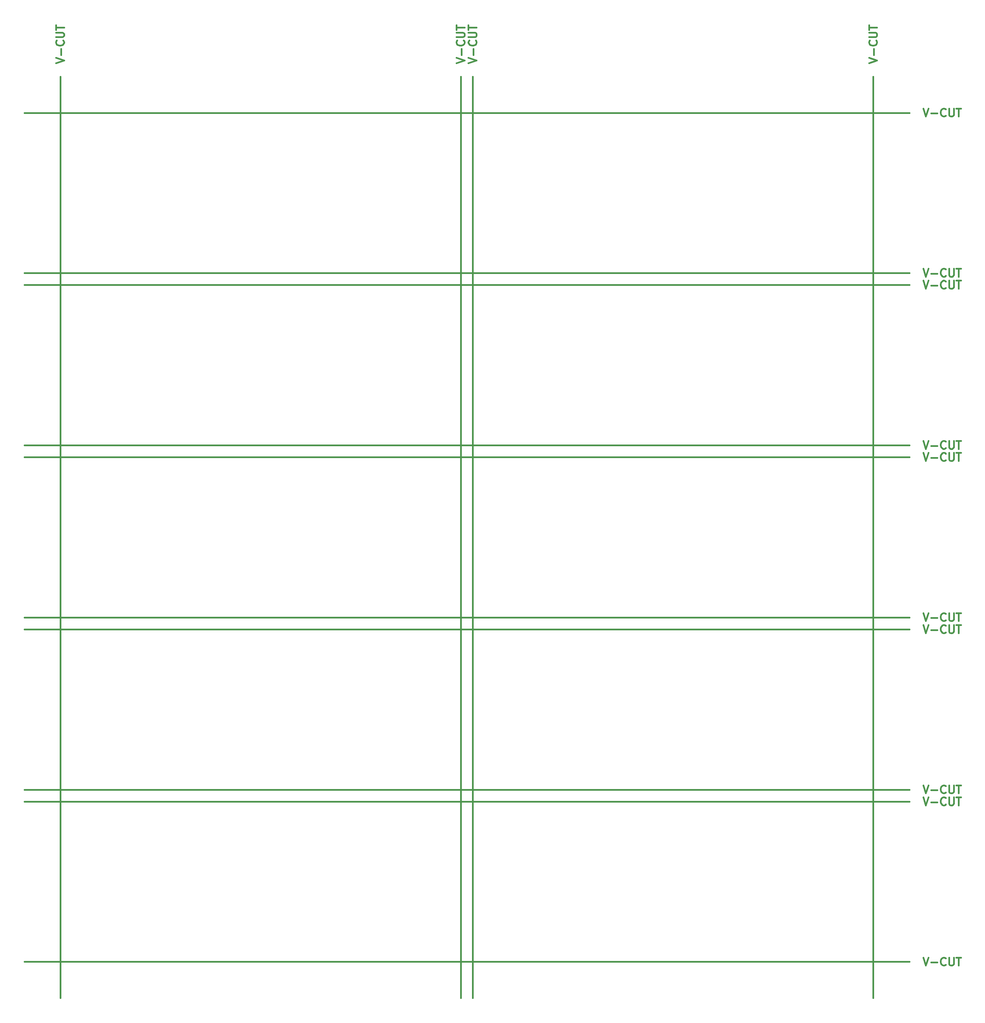
<source format=gbr>
%TF.GenerationSoftware,KiCad,Pcbnew,(5.1.5)-3*%
%TF.CreationDate,2020-06-01T11:27:06+02:00*%
%TF.ProjectId,panel,70616e65-6c2e-46b6-9963-61645f706362,rev?*%
%TF.SameCoordinates,Original*%
%TF.FileFunction,Other,Comment*%
%FSLAX46Y46*%
G04 Gerber Fmt 4.6, Leading zero omitted, Abs format (unit mm)*
G04 Created by KiCad (PCBNEW (5.1.5)-3) date 2020-06-01 11:27:06*
%MOMM*%
%LPD*%
G04 APERTURE LIST*
%ADD10C,0.400000*%
G04 APERTURE END LIST*
D10*
X251904761Y-37549553D02*
X253904761Y-36882887D01*
X251904761Y-36216220D01*
X253142857Y-35549553D02*
X253142857Y-34025744D01*
X253714285Y-31930506D02*
X253809523Y-32025744D01*
X253904761Y-32311458D01*
X253904761Y-32501934D01*
X253809523Y-32787649D01*
X253619047Y-32978125D01*
X253428571Y-33073363D01*
X253047619Y-33168601D01*
X252761904Y-33168601D01*
X252380952Y-33073363D01*
X252190476Y-32978125D01*
X252000000Y-32787649D01*
X251904761Y-32501934D01*
X251904761Y-32311458D01*
X252000000Y-32025744D01*
X252095238Y-31930506D01*
X251904761Y-31073363D02*
X253523809Y-31073363D01*
X253714285Y-30978125D01*
X253809523Y-30882887D01*
X253904761Y-30692410D01*
X253904761Y-30311458D01*
X253809523Y-30120982D01*
X253714285Y-30025744D01*
X253523809Y-29930506D01*
X251904761Y-29930506D01*
X251904761Y-29263839D02*
X251904761Y-28120982D01*
X253904761Y-28692410D02*
X251904761Y-28692410D01*
X253000000Y-41000030D02*
X253000000Y-271000030D01*
X148904761Y-37549553D02*
X150904761Y-36882887D01*
X148904761Y-36216220D01*
X150142857Y-35549553D02*
X150142857Y-34025744D01*
X150714285Y-31930506D02*
X150809523Y-32025744D01*
X150904761Y-32311458D01*
X150904761Y-32501934D01*
X150809523Y-32787649D01*
X150619047Y-32978125D01*
X150428571Y-33073363D01*
X150047619Y-33168601D01*
X149761904Y-33168601D01*
X149380952Y-33073363D01*
X149190476Y-32978125D01*
X149000000Y-32787649D01*
X148904761Y-32501934D01*
X148904761Y-32311458D01*
X149000000Y-32025744D01*
X149095238Y-31930506D01*
X148904761Y-31073363D02*
X150523809Y-31073363D01*
X150714285Y-30978125D01*
X150809523Y-30882887D01*
X150904761Y-30692410D01*
X150904761Y-30311458D01*
X150809523Y-30120982D01*
X150714285Y-30025744D01*
X150523809Y-29930506D01*
X148904761Y-29930506D01*
X148904761Y-29263839D02*
X148904761Y-28120982D01*
X150904761Y-28692410D02*
X148904761Y-28692410D01*
X150000000Y-41000030D02*
X150000000Y-271000030D01*
X151904761Y-37549553D02*
X153904761Y-36882887D01*
X151904761Y-36216220D01*
X153142857Y-35549553D02*
X153142857Y-34025744D01*
X153714285Y-31930506D02*
X153809523Y-32025744D01*
X153904761Y-32311458D01*
X153904761Y-32501934D01*
X153809523Y-32787649D01*
X153619047Y-32978125D01*
X153428571Y-33073363D01*
X153047619Y-33168601D01*
X152761904Y-33168601D01*
X152380952Y-33073363D01*
X152190476Y-32978125D01*
X152000000Y-32787649D01*
X151904761Y-32501934D01*
X151904761Y-32311458D01*
X152000000Y-32025744D01*
X152095238Y-31930506D01*
X151904761Y-31073363D02*
X153523809Y-31073363D01*
X153714285Y-30978125D01*
X153809523Y-30882887D01*
X153904761Y-30692410D01*
X153904761Y-30311458D01*
X153809523Y-30120982D01*
X153714285Y-30025744D01*
X153523809Y-29930506D01*
X151904761Y-29930506D01*
X151904761Y-29263839D02*
X151904761Y-28120982D01*
X153904761Y-28692410D02*
X151904761Y-28692410D01*
X153000000Y-41000030D02*
X153000000Y-271000030D01*
X48904761Y-37549553D02*
X50904761Y-36882887D01*
X48904761Y-36216220D01*
X50142857Y-35549553D02*
X50142857Y-34025744D01*
X50714285Y-31930506D02*
X50809523Y-32025744D01*
X50904761Y-32311458D01*
X50904761Y-32501934D01*
X50809523Y-32787649D01*
X50619047Y-32978125D01*
X50428571Y-33073363D01*
X50047619Y-33168601D01*
X49761904Y-33168601D01*
X49380952Y-33073363D01*
X49190476Y-32978125D01*
X49000000Y-32787649D01*
X48904761Y-32501934D01*
X48904761Y-32311458D01*
X49000000Y-32025744D01*
X49095238Y-31930506D01*
X48904761Y-31073363D02*
X50523809Y-31073363D01*
X50714285Y-30978125D01*
X50809523Y-30882887D01*
X50904761Y-30692410D01*
X50904761Y-30311458D01*
X50809523Y-30120982D01*
X50714285Y-30025744D01*
X50523809Y-29930506D01*
X48904761Y-29930506D01*
X48904761Y-29263839D02*
X48904761Y-28120982D01*
X50904761Y-28692410D02*
X48904761Y-28692410D01*
X50000000Y-41000030D02*
X50000000Y-271000030D01*
X265450484Y-260904761D02*
X266117150Y-262904761D01*
X266783817Y-260904761D01*
X267450484Y-262142857D02*
X268974293Y-262142857D01*
X271069531Y-262714285D02*
X270974293Y-262809523D01*
X270688579Y-262904761D01*
X270498103Y-262904761D01*
X270212388Y-262809523D01*
X270021912Y-262619047D01*
X269926674Y-262428571D01*
X269831436Y-262047619D01*
X269831436Y-261761904D01*
X269926674Y-261380952D01*
X270021912Y-261190476D01*
X270212388Y-261000000D01*
X270498103Y-260904761D01*
X270688579Y-260904761D01*
X270974293Y-261000000D01*
X271069531Y-261095238D01*
X271926674Y-260904761D02*
X271926674Y-262523809D01*
X272021912Y-262714285D01*
X272117150Y-262809523D01*
X272307627Y-262904761D01*
X272688579Y-262904761D01*
X272879055Y-262809523D01*
X272974293Y-262714285D01*
X273069531Y-262523809D01*
X273069531Y-260904761D01*
X273736198Y-260904761D02*
X274879055Y-260904761D01*
X274307627Y-262904761D02*
X274307627Y-260904761D01*
X41000008Y-262000000D02*
X262000008Y-262000000D01*
X265450484Y-220904761D02*
X266117150Y-222904761D01*
X266783817Y-220904761D01*
X267450484Y-222142857D02*
X268974293Y-222142857D01*
X271069531Y-222714285D02*
X270974293Y-222809523D01*
X270688579Y-222904761D01*
X270498103Y-222904761D01*
X270212388Y-222809523D01*
X270021912Y-222619047D01*
X269926674Y-222428571D01*
X269831436Y-222047619D01*
X269831436Y-221761904D01*
X269926674Y-221380952D01*
X270021912Y-221190476D01*
X270212388Y-221000000D01*
X270498103Y-220904761D01*
X270688579Y-220904761D01*
X270974293Y-221000000D01*
X271069531Y-221095238D01*
X271926674Y-220904761D02*
X271926674Y-222523809D01*
X272021912Y-222714285D01*
X272117150Y-222809523D01*
X272307627Y-222904761D01*
X272688579Y-222904761D01*
X272879055Y-222809523D01*
X272974293Y-222714285D01*
X273069531Y-222523809D01*
X273069531Y-220904761D01*
X273736198Y-220904761D02*
X274879055Y-220904761D01*
X274307627Y-222904761D02*
X274307627Y-220904761D01*
X41000008Y-222000000D02*
X262000008Y-222000000D01*
X265450484Y-217904761D02*
X266117150Y-219904761D01*
X266783817Y-217904761D01*
X267450484Y-219142857D02*
X268974293Y-219142857D01*
X271069531Y-219714285D02*
X270974293Y-219809523D01*
X270688579Y-219904761D01*
X270498103Y-219904761D01*
X270212388Y-219809523D01*
X270021912Y-219619047D01*
X269926674Y-219428571D01*
X269831436Y-219047619D01*
X269831436Y-218761904D01*
X269926674Y-218380952D01*
X270021912Y-218190476D01*
X270212388Y-218000000D01*
X270498103Y-217904761D01*
X270688579Y-217904761D01*
X270974293Y-218000000D01*
X271069531Y-218095238D01*
X271926674Y-217904761D02*
X271926674Y-219523809D01*
X272021912Y-219714285D01*
X272117150Y-219809523D01*
X272307627Y-219904761D01*
X272688579Y-219904761D01*
X272879055Y-219809523D01*
X272974293Y-219714285D01*
X273069531Y-219523809D01*
X273069531Y-217904761D01*
X273736198Y-217904761D02*
X274879055Y-217904761D01*
X274307627Y-219904761D02*
X274307627Y-217904761D01*
X41000008Y-219000000D02*
X262000008Y-219000000D01*
X265450484Y-177904761D02*
X266117150Y-179904761D01*
X266783817Y-177904761D01*
X267450484Y-179142857D02*
X268974293Y-179142857D01*
X271069531Y-179714285D02*
X270974293Y-179809523D01*
X270688579Y-179904761D01*
X270498103Y-179904761D01*
X270212388Y-179809523D01*
X270021912Y-179619047D01*
X269926674Y-179428571D01*
X269831436Y-179047619D01*
X269831436Y-178761904D01*
X269926674Y-178380952D01*
X270021912Y-178190476D01*
X270212388Y-178000000D01*
X270498103Y-177904761D01*
X270688579Y-177904761D01*
X270974293Y-178000000D01*
X271069531Y-178095238D01*
X271926674Y-177904761D02*
X271926674Y-179523809D01*
X272021912Y-179714285D01*
X272117150Y-179809523D01*
X272307627Y-179904761D01*
X272688579Y-179904761D01*
X272879055Y-179809523D01*
X272974293Y-179714285D01*
X273069531Y-179523809D01*
X273069531Y-177904761D01*
X273736198Y-177904761D02*
X274879055Y-177904761D01*
X274307627Y-179904761D02*
X274307627Y-177904761D01*
X41000008Y-179000000D02*
X262000008Y-179000000D01*
X265450484Y-174904761D02*
X266117150Y-176904761D01*
X266783817Y-174904761D01*
X267450484Y-176142857D02*
X268974293Y-176142857D01*
X271069531Y-176714285D02*
X270974293Y-176809523D01*
X270688579Y-176904761D01*
X270498103Y-176904761D01*
X270212388Y-176809523D01*
X270021912Y-176619047D01*
X269926674Y-176428571D01*
X269831436Y-176047619D01*
X269831436Y-175761904D01*
X269926674Y-175380952D01*
X270021912Y-175190476D01*
X270212388Y-175000000D01*
X270498103Y-174904761D01*
X270688579Y-174904761D01*
X270974293Y-175000000D01*
X271069531Y-175095238D01*
X271926674Y-174904761D02*
X271926674Y-176523809D01*
X272021912Y-176714285D01*
X272117150Y-176809523D01*
X272307627Y-176904761D01*
X272688579Y-176904761D01*
X272879055Y-176809523D01*
X272974293Y-176714285D01*
X273069531Y-176523809D01*
X273069531Y-174904761D01*
X273736198Y-174904761D02*
X274879055Y-174904761D01*
X274307627Y-176904761D02*
X274307627Y-174904761D01*
X41000008Y-176000000D02*
X262000008Y-176000000D01*
X265450484Y-88904761D02*
X266117150Y-90904761D01*
X266783817Y-88904761D01*
X267450484Y-90142857D02*
X268974293Y-90142857D01*
X271069531Y-90714285D02*
X270974293Y-90809523D01*
X270688579Y-90904761D01*
X270498103Y-90904761D01*
X270212388Y-90809523D01*
X270021912Y-90619047D01*
X269926674Y-90428571D01*
X269831436Y-90047619D01*
X269831436Y-89761904D01*
X269926674Y-89380952D01*
X270021912Y-89190476D01*
X270212388Y-89000000D01*
X270498103Y-88904761D01*
X270688579Y-88904761D01*
X270974293Y-89000000D01*
X271069531Y-89095238D01*
X271926674Y-88904761D02*
X271926674Y-90523809D01*
X272021912Y-90714285D01*
X272117150Y-90809523D01*
X272307627Y-90904761D01*
X272688579Y-90904761D01*
X272879055Y-90809523D01*
X272974293Y-90714285D01*
X273069531Y-90523809D01*
X273069531Y-88904761D01*
X273736198Y-88904761D02*
X274879055Y-88904761D01*
X274307627Y-90904761D02*
X274307627Y-88904761D01*
X41000008Y-90000000D02*
X262000008Y-90000000D01*
X265450484Y-91904761D02*
X266117150Y-93904761D01*
X266783817Y-91904761D01*
X267450484Y-93142857D02*
X268974293Y-93142857D01*
X271069531Y-93714285D02*
X270974293Y-93809523D01*
X270688579Y-93904761D01*
X270498103Y-93904761D01*
X270212388Y-93809523D01*
X270021912Y-93619047D01*
X269926674Y-93428571D01*
X269831436Y-93047619D01*
X269831436Y-92761904D01*
X269926674Y-92380952D01*
X270021912Y-92190476D01*
X270212388Y-92000000D01*
X270498103Y-91904761D01*
X270688579Y-91904761D01*
X270974293Y-92000000D01*
X271069531Y-92095238D01*
X271926674Y-91904761D02*
X271926674Y-93523809D01*
X272021912Y-93714285D01*
X272117150Y-93809523D01*
X272307627Y-93904761D01*
X272688579Y-93904761D01*
X272879055Y-93809523D01*
X272974293Y-93714285D01*
X273069531Y-93523809D01*
X273069531Y-91904761D01*
X273736198Y-91904761D02*
X274879055Y-91904761D01*
X274307627Y-93904761D02*
X274307627Y-91904761D01*
X41000008Y-93000000D02*
X262000008Y-93000000D01*
X265450484Y-131904761D02*
X266117150Y-133904761D01*
X266783817Y-131904761D01*
X267450484Y-133142857D02*
X268974293Y-133142857D01*
X271069531Y-133714285D02*
X270974293Y-133809523D01*
X270688579Y-133904761D01*
X270498103Y-133904761D01*
X270212388Y-133809523D01*
X270021912Y-133619047D01*
X269926674Y-133428571D01*
X269831436Y-133047619D01*
X269831436Y-132761904D01*
X269926674Y-132380952D01*
X270021912Y-132190476D01*
X270212388Y-132000000D01*
X270498103Y-131904761D01*
X270688579Y-131904761D01*
X270974293Y-132000000D01*
X271069531Y-132095238D01*
X271926674Y-131904761D02*
X271926674Y-133523809D01*
X272021912Y-133714285D01*
X272117150Y-133809523D01*
X272307627Y-133904761D01*
X272688579Y-133904761D01*
X272879055Y-133809523D01*
X272974293Y-133714285D01*
X273069531Y-133523809D01*
X273069531Y-131904761D01*
X273736198Y-131904761D02*
X274879055Y-131904761D01*
X274307627Y-133904761D02*
X274307627Y-131904761D01*
X41000008Y-133000000D02*
X262000008Y-133000000D01*
X265450484Y-134904761D02*
X266117150Y-136904761D01*
X266783817Y-134904761D01*
X267450484Y-136142857D02*
X268974293Y-136142857D01*
X271069531Y-136714285D02*
X270974293Y-136809523D01*
X270688579Y-136904761D01*
X270498103Y-136904761D01*
X270212388Y-136809523D01*
X270021912Y-136619047D01*
X269926674Y-136428571D01*
X269831436Y-136047619D01*
X269831436Y-135761904D01*
X269926674Y-135380952D01*
X270021912Y-135190476D01*
X270212388Y-135000000D01*
X270498103Y-134904761D01*
X270688579Y-134904761D01*
X270974293Y-135000000D01*
X271069531Y-135095238D01*
X271926674Y-134904761D02*
X271926674Y-136523809D01*
X272021912Y-136714285D01*
X272117150Y-136809523D01*
X272307627Y-136904761D01*
X272688579Y-136904761D01*
X272879055Y-136809523D01*
X272974293Y-136714285D01*
X273069531Y-136523809D01*
X273069531Y-134904761D01*
X273736198Y-134904761D02*
X274879055Y-134904761D01*
X274307627Y-136904761D02*
X274307627Y-134904761D01*
X41000008Y-136000000D02*
X262000008Y-136000000D01*
X265450484Y-48904761D02*
X266117150Y-50904761D01*
X266783817Y-48904761D01*
X267450484Y-50142857D02*
X268974293Y-50142857D01*
X271069531Y-50714285D02*
X270974293Y-50809523D01*
X270688579Y-50904761D01*
X270498103Y-50904761D01*
X270212388Y-50809523D01*
X270021912Y-50619047D01*
X269926674Y-50428571D01*
X269831436Y-50047619D01*
X269831436Y-49761904D01*
X269926674Y-49380952D01*
X270021912Y-49190476D01*
X270212388Y-49000000D01*
X270498103Y-48904761D01*
X270688579Y-48904761D01*
X270974293Y-49000000D01*
X271069531Y-49095238D01*
X271926674Y-48904761D02*
X271926674Y-50523809D01*
X272021912Y-50714285D01*
X272117150Y-50809523D01*
X272307627Y-50904761D01*
X272688579Y-50904761D01*
X272879055Y-50809523D01*
X272974293Y-50714285D01*
X273069531Y-50523809D01*
X273069531Y-48904761D01*
X273736198Y-48904761D02*
X274879055Y-48904761D01*
X274307627Y-50904761D02*
X274307627Y-48904761D01*
X41000008Y-50000000D02*
X262000008Y-50000000D01*
M02*

</source>
